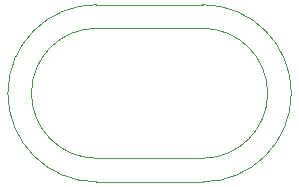
<source format=gbr>
%TF.GenerationSoftware,KiCad,Pcbnew,(6.0.1)*%
%TF.CreationDate,2022-03-11T13:59:14+01:00*%
%TF.ProjectId,pcbV10_front,70636256-3130-45f6-9672-6f6e742e6b69,rev?*%
%TF.SameCoordinates,Original*%
%TF.FileFunction,Legend,Bot*%
%TF.FilePolarity,Positive*%
%FSLAX46Y46*%
G04 Gerber Fmt 4.6, Leading zero omitted, Abs format (unit mm)*
G04 Created by KiCad (PCBNEW (6.0.1)) date 2022-03-11 13:59:14*
%MOMM*%
%LPD*%
G01*
G04 APERTURE LIST*
%ADD10C,0.120000*%
G04 APERTURE END LIST*
D10*
%TO.C,REF\u002A\u002A*%
X114500000Y-91200000D02*
X123500000Y-91200000D01*
X114500000Y-78200000D02*
X123500000Y-78200000D01*
X114500000Y-76200000D02*
X123500000Y-76200000D01*
X114500000Y-89200000D02*
X123500000Y-89200000D01*
X114500000Y-78200000D02*
G75*
G03*
X114500000Y-89200000I0J-5500000D01*
G01*
X114500000Y-76200000D02*
G75*
G03*
X114500000Y-91200000I0J-7500000D01*
G01*
X123500000Y-89200000D02*
G75*
G03*
X123500000Y-78200000I0J5500000D01*
G01*
X123500000Y-91200000D02*
G75*
G03*
X123500000Y-76200000I0J7500000D01*
G01*
%TD*%
M02*

</source>
